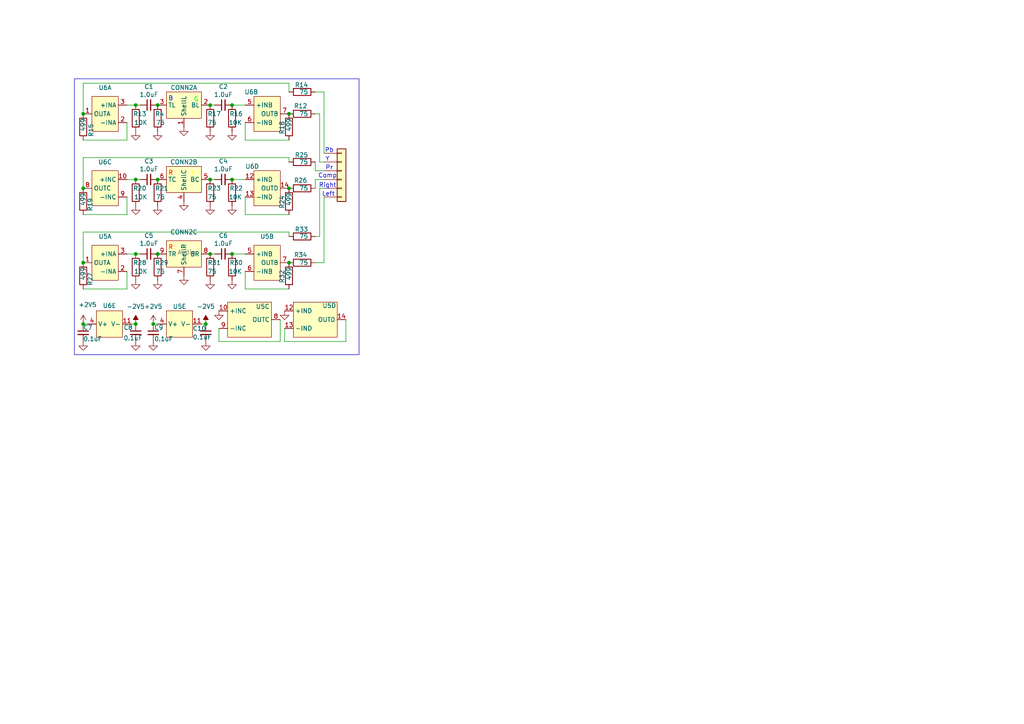
<source format=kicad_sch>
(kicad_sch (version 20250114) (generator "eeschema") (generator_version "9.0")
  (paper "A4")
  (lib_symbols
    (symbol "Connector_Generic:Conn_01x06" (pin_numbers (hide yes)) (pin_names (offset 1.016) (hide yes))
      (property "Reference" "J" (at 0 7.62 0))
      (property "Value" "Conn_01x06" (at 0 -10.16 0))
      (symbol "Conn_01x06_1_1"
        (rectangle (start -1.27 6.35) (end 1.27 -8.89) (stroke (width 0.254)) (fill (type background)))
        (rectangle (start -1.27 5.207) (end 0 4.953) (stroke (width 0.1524)))
        (rectangle (start -1.27 2.667) (end 0 2.413) (stroke (width 0.1524)))
        (rectangle (start -1.27 0.127) (end 0 -0.127) (stroke (width 0.1524)))
        (rectangle (start -1.27 -2.413) (end 0 -2.667) (stroke (width 0.1524)))
        (rectangle (start -1.27 -4.953) (end 0 -5.207) (stroke (width 0.1524)))
        (rectangle (start -1.27 -7.493) (end 0 -7.747) (stroke (width 0.1524)))
        (pin passive line (at -5.08 5.08 0) (length 3.81) (name "Pin_1") (number "1"))
        (pin passive line (at -5.08 2.54 0) (length 3.81) (name "Pin_2") (number "2"))
        (pin passive line (at -5.08 0 0) (length 3.81) (name "Pin_3") (number "3"))
        (pin passive line (at -5.08 -2.54 0) (length 3.81) (name "Pin_4") (number "4"))
        (pin passive line (at -5.08 -5.08 0) (length 3.81) (name "Pin_5") (number "5"))
        (pin passive line (at -5.08 -7.62 0) (length 3.81) (name "Pin_6") (number "6"))
      )
    )
    (symbol "Device:C_Small" (pin_numbers (hide yes)) (pin_names (offset 0.254) (hide yes))
      (property "Reference" "C" (at 0.254 1.778 0))
      (property "Value" "C_Small" (at 0.254 -2.032 0))
      (symbol "C_Small_0_1"
        (polyline (pts (xy -1.524 0.508) (xy 1.524 0.508)) (stroke (width 0.3048)))
        (polyline (pts (xy -1.524 -0.508) (xy 1.524 -0.508)) (stroke (width 0.3302)))
      )
      (symbol "C_Small_1_1"
        (pin passive line (at 0 2.54 270) (length 2.032) (name "~") (number "1"))
        (pin passive line (at 0 -2.54 90) (length 2.032) (name "~") (number "2"))
      )
    )
    (symbol "Device:R" (pin_numbers (hide yes)) (pin_names (offset 0))
      (property "Reference" "R" (at 2.032 0 90))
      (property "Value" "R" (at 0 0 90))
      (symbol "R_0_1"
        (rectangle (start -1.016 -2.54) (end 1.016 2.54) (stroke (width 0.254)))
      )
      (symbol "R_1_1"
        (pin passive line (at 0 3.81 270) (length 1.27) (name "~") (number "1"))
        (pin passive line (at 0 -3.81 90) (length 1.27) (name "~") (number "2"))
      )
    )
    (symbol "RS8754_1"
      (property "Reference" "U" (at -3.556 18.796 0))
      (symbol "RS8754_1_1_0"
        (pin input line (at -6.35 15.24 0) (length 2.54) (name "+INA") (number "3"))
        (pin input line (at -6.35 10.16 0) (length 2.54) (name "-INA") (number "2"))
        (pin output line (at 6.35 12.7 180) (length 2.54) (name "OUTA") (number "1"))
      )
      (symbol "RS8754_1_1_1"
        (rectangle (start -3.81 17.78) (end 3.81 7.62) (fill (type background)))
      )
      (symbol "RS8754_1_2_0"
        (pin input line (at -6.35 15.24 0) (length 2.54) (name "+INB") (number "5"))
        (pin input line (at -6.35 10.16 0) (length 2.54) (name "-INB") (number "6"))
        (pin output line (at 6.35 12.7 180) (length 2.54) (name "OUTB") (number "7"))
      )
      (symbol "RS8754_1_2_1"
        (rectangle (start -3.81 17.78) (end 3.81 7.62) (fill (type background)))
      )
      (symbol "RS8754_1_3_0"
        (pin input line (at -6.35 15.24 0) (length 2.54) (name "+INC") (number "10"))
        (pin input line (at -6.35 10.16 0) (length 2.54) (name "-INC") (number "9"))
        (pin output line (at 6.35 12.7 180) (length 2.54) (name "OUTC") (number "8"))
      )
      (symbol "RS8754_1_3_1"
        (rectangle (start -3.81 17.78) (end 3.81 7.62) (fill (type background)))
      )
      (symbol "RS8754_1_4_0"
        (pin input line (at -6.35 15.24 0) (length 2.54) (name "+IND") (number "12"))
        (pin input line (at -6.35 10.16 0) (length 2.54) (name "-IND") (number "13"))
        (pin output line (at 6.35 12.7 180) (length 2.54) (name "OUTD") (number "14"))
      )
      (symbol "RS8754_1_4_1"
        (rectangle (start -3.81 17.78) (end 3.81 7.62) (fill (type background)))
      )
      (symbol "RS8754_1_5_0"
        (pin power_in line (at -6.35 13.97 0) (length 2.54) (name "V+") (number "4"))
        (pin power_in line (at 6.35 13.97 180) (length 2.54) (name "V-") (number "11"))
      )
      (symbol "RS8754_1_5_1"
        (rectangle (start -3.81 17.78) (end 3.81 10.16) (fill (type background)))
      )
    )
    (symbol "RS8754_2"
      (property "Reference" "U" (at -3.556 18.796 0))
      (symbol "RS8754_2_1_0"
        (pin input line (at -6.35 15.24 0) (length 2.54) (name "+INA") (number "3"))
        (pin input line (at -6.35 10.16 0) (length 2.54) (name "-INA") (number "2"))
        (pin output line (at 6.35 12.7 180) (length 2.54) (name "OUTA") (number "1"))
      )
      (symbol "RS8754_2_1_1"
        (rectangle (start -3.81 17.78) (end 3.81 7.62) (fill (type background)))
      )
      (symbol "RS8754_2_2_0"
        (pin input line (at -6.35 15.24 0) (length 2.54) (name "+INB") (number "5"))
        (pin input line (at -6.35 10.16 0) (length 2.54) (name "-INB") (number "6"))
        (pin output line (at 6.35 12.7 180) (length 2.54) (name "OUTB") (number "7"))
      )
      (symbol "RS8754_2_2_1"
        (rectangle (start -3.81 17.78) (end 3.81 7.62) (fill (type background)))
      )
      (symbol "RS8754_2_3_0"
        (pin input line (at -6.35 15.24 0) (length 2.54) (name "+INC") (number "10"))
        (pin input line (at -6.35 10.16 0) (length 2.54) (name "-INC") (number "9"))
        (pin output line (at 6.35 12.7 180) (length 2.54) (name "OUTC") (number "8"))
      )
      (symbol "RS8754_2_3_1"
        (rectangle (start -3.81 17.78) (end 3.81 7.62) (fill (type background)))
      )
      (symbol "RS8754_2_4_0"
        (pin input line (at -6.35 15.24 0) (length 2.54) (name "+IND") (number "12"))
        (pin input line (at -6.35 10.16 0) (length 2.54) (name "-IND") (number "13"))
        (pin output line (at 6.35 12.7 180) (length 2.54) (name "OUTD") (number "14"))
      )
      (symbol "RS8754_2_4_1"
        (rectangle (start -3.81 17.78) (end 3.81 7.62) (fill (type background)))
      )
      (symbol "RS8754_2_5_0"
        (pin power_in line (at -6.35 13.97 0) (length 2.54) (name "V+") (number "4"))
        (pin power_in line (at 6.35 13.97 180) (length 2.54) (name "V-") (number "11"))
      )
      (symbol "RS8754_2_5_1"
        (rectangle (start -3.81 17.78) (end 3.81 10.16) (fill (type background)))
      )
    )
    (symbol "RS8754_3"
      (property "Reference" "U" (at -3.556 18.796 0))
      (symbol "RS8754_3_1_0"
        (pin input line (at -6.35 15.24 0) (length 2.54) (name "+INA") (number "3"))
        (pin input line (at -6.35 10.16 0) (length 2.54) (name "-INA") (number "2"))
        (pin output line (at 6.35 12.7 180) (length 2.54) (name "OUTA") (number "1"))
      )
      (symbol "RS8754_3_1_1"
        (rectangle (start -3.81 17.78) (end 3.81 7.62) (fill (type background)))
      )
      (symbol "RS8754_3_2_0"
        (pin input line (at -6.35 15.24 0) (length 2.54) (name "+INB") (number "5"))
        (pin input line (at -6.35 10.16 0) (length 2.54) (name "-INB") (number "6"))
        (pin output line (at 6.35 12.7 180) (length 2.54) (name "OUTB") (number "7"))
      )
      (symbol "RS8754_3_2_1"
        (rectangle (start -3.81 17.78) (end 3.81 7.62) (fill (type background)))
      )
      (symbol "RS8754_3_3_0"
        (pin input line (at -6.35 15.24 0) (length 2.54) (name "+INC") (number "10"))
        (pin input line (at -6.35 10.16 0) (length 2.54) (name "-INC") (number "9"))
        (pin output line (at 6.35 12.7 180) (length 2.54) (name "OUTC") (number "8"))
      )
      (symbol "RS8754_3_3_1"
        (rectangle (start -3.81 17.78) (end 3.81 7.62) (fill (type background)))
      )
      (symbol "RS8754_3_4_0"
        (pin input line (at -6.35 15.24 0) (length 2.54) (name "+IND") (number "12"))
        (pin input line (at -6.35 10.16 0) (length 2.54) (name "-IND") (number "13"))
        (pin output line (at 6.35 12.7 180) (length 2.54) (name "OUTD") (number "14"))
      )
      (symbol "RS8754_3_4_1"
        (rectangle (start -3.81 17.78) (end 3.81 7.62) (fill (type background)))
      )
      (symbol "RS8754_3_5_0"
        (pin power_in line (at -6.35 13.97 0) (length 2.54) (name "V+") (number "4"))
        (pin power_in line (at 6.35 13.97 180) (length 2.54) (name "V-") (number "11"))
      )
      (symbol "RS8754_3_5_1"
        (rectangle (start -3.81 17.78) (end 3.81 10.16) (fill (type background)))
      )
    )
    (symbol "RS8754_4"
      (property "Reference" "U" (at -3.556 18.796 0))
      (symbol "RS8754_4_1_0"
        (pin input line (at -6.35 15.24 0) (length 2.54) (name "+INA") (number "3"))
        (pin input line (at -6.35 10.16 0) (length 2.54) (name "-INA") (number "2"))
        (pin output line (at 6.35 12.7 180) (length 2.54) (name "OUTA") (number "1"))
      )
      (symbol "RS8754_4_1_1"
        (rectangle (start -3.81 17.78) (end 3.81 7.62) (fill (type background)))
      )
      (symbol "RS8754_4_2_0"
        (pin input line (at -6.35 15.24 0) (length 2.54) (name "+INB") (number "5"))
        (pin input line (at -6.35 10.16 0) (length 2.54) (name "-INB") (number "6"))
        (pin output line (at 6.35 12.7 180) (length 2.54) (name "OUTB") (number "7"))
      )
      (symbol "RS8754_4_2_1"
        (rectangle (start -3.81 17.78) (end 3.81 7.62) (fill (type background)))
      )
      (symbol "RS8754_4_3_0"
        (pin input line (at -6.35 15.24 0) (length 2.54) (name "+INC") (number "10"))
        (pin input line (at -6.35 10.16 0) (length 2.54) (name "-INC") (number "9"))
        (pin output line (at 6.35 12.7 180) (length 2.54) (name "OUTC") (number "8"))
      )
      (symbol "RS8754_4_3_1"
        (rectangle (start -3.81 17.78) (end 3.81 7.62) (fill (type background)))
      )
      (symbol "RS8754_4_4_0"
        (pin input line (at -6.35 15.24 0) (length 2.54) (name "+IND") (number "12"))
        (pin input line (at -6.35 10.16 0) (length 2.54) (name "-IND") (number "13"))
        (pin output line (at 6.35 12.7 180) (length 2.54) (name "OUTD") (number "14"))
      )
      (symbol "RS8754_4_4_1"
        (rectangle (start -3.81 17.78) (end 3.81 7.62) (fill (type background)))
      )
      (symbol "RS8754_4_5_0"
        (pin power_in line (at -6.35 13.97 0) (length 2.54) (name "V+") (number "4"))
        (pin power_in line (at 6.35 13.97 180) (length 2.54) (name "V-") (number "11"))
      )
      (symbol "RS8754_4_5_1"
        (rectangle (start -3.81 17.78) (end 3.81 10.16) (fill (type background)))
      )
    )
    (symbol "RS8754_5"
      (property "Reference" "U" (at -3.556 18.796 0))
      (symbol "RS8754_5_1_0"
        (pin input line (at -6.35 15.24 0) (length 2.54) (name "+INA") (number "3"))
        (pin input line (at -6.35 10.16 0) (length 2.54) (name "-INA") (number "2"))
        (pin output line (at 6.35 12.7 180) (length 2.54) (name "OUTA") (number "1"))
      )
      (symbol "RS8754_5_1_1"
        (rectangle (start -3.81 17.78) (end 3.81 7.62) (fill (type background)))
      )
      (symbol "RS8754_5_2_0"
        (pin input line (at -6.35 15.24 0) (length 2.54) (name "+INB") (number "5"))
        (pin input line (at -6.35 10.16 0) (length 2.54) (name "-INB") (number "6"))
        (pin output line (at 6.35 12.7 180) (length 2.54) (name "OUTB") (number "7"))
      )
      (symbol "RS8754_5_2_1"
        (rectangle (start -3.81 17.78) (end 3.81 7.62) (fill (type background)))
      )
      (symbol "RS8754_5_3_0"
        (pin input line (at -6.35 15.24 0) (length 2.54) (name "+INC") (number "10"))
        (pin input line (at -6.35 10.16 0) (length 2.54) (name "-INC") (number "9"))
        (pin output line (at 6.35 12.7 180) (length 2.54) (name "OUTC") (number "8"))
      )
      (symbol "RS8754_5_3_1"
        (rectangle (start -3.81 17.78) (end 3.81 7.62) (fill (type background)))
      )
      (symbol "RS8754_5_4_0"
        (pin input line (at -6.35 15.24 0) (length 2.54) (name "+IND") (number "12"))
        (pin input line (at -6.35 10.16 0) (length 2.54) (name "-IND") (number "13"))
        (pin output line (at 6.35 12.7 180) (length 2.54) (name "OUTD") (number "14"))
      )
      (symbol "RS8754_5_4_1"
        (rectangle (start -3.81 17.78) (end 3.81 7.62) (fill (type background)))
      )
      (symbol "RS8754_5_5_0"
        (pin power_in line (at -6.35 13.97 0) (length 2.54) (name "V+") (number "4"))
        (pin power_in line (at 6.35 13.97 180) (length 2.54) (name "V-") (number "11"))
      )
      (symbol "RS8754_5_5_1"
        (rectangle (start -3.81 17.78) (end 3.81 10.16) (fill (type background)))
      )
    )
    (symbol "RS8754_6"
      (property "Reference" "U" (at -3.556 18.796 0))
      (symbol "RS8754_6_1_0"
        (pin input line (at -6.35 15.24 0) (length 2.54) (name "+INA") (number "3"))
        (pin input line (at -6.35 10.16 0) (length 2.54) (name "-INA") (number "2"))
        (pin output line (at 6.35 12.7 180) (length 2.54) (name "OUTA") (number "1"))
      )
      (symbol "RS8754_6_1_1"
        (rectangle (start -3.81 17.78) (end 3.81 7.62) (fill (type background)))
      )
      (symbol "RS8754_6_2_0"
        (pin input line (at -6.35 15.24 0) (length 2.54) (name "+INB") (number "5"))
        (pin input line (at -6.35 10.16 0) (length 2.54) (name "-INB") (number "6"))
        (pin output line (at 6.35 12.7 180) (length 2.54) (name "OUTB") (number "7"))
      )
      (symbol "RS8754_6_2_1"
        (rectangle (start -3.81 17.78) (end 3.81 7.62) (fill (type background)))
      )
      (symbol "RS8754_6_3_0"
        (pin input line (at -6.35 15.24 0) (length 2.54) (name "+INC") (number "10"))
        (pin input line (at -6.35 10.16 0) (length 2.54) (name "-INC") (number "9"))
        (pin output line (at 6.35 12.7 180) (length 2.54) (name "OUTC") (number "8"))
      )
      (symbol "RS8754_6_3_1"
        (rectangle (start -3.81 17.78) (end 3.81 7.62) (fill (type background)))
      )
      (symbol "RS8754_6_4_0"
        (pin input line (at -6.35 15.24 0) (length 2.54) (name "+IND") (number "12"))
        (pin input line (at -6.35 10.16 0) (length 2.54) (name "-IND") (number "13"))
        (pin output line (at 6.35 12.7 180) (length 2.54) (name "OUTD") (number "14"))
      )
      (symbol "RS8754_6_4_1"
        (rectangle (start -3.81 17.78) (end 3.81 7.62) (fill (type background)))
      )
      (symbol "RS8754_6_5_0"
        (pin power_in line (at -6.35 13.97 0) (length 2.54) (name "V+") (number "4"))
        (pin power_in line (at 6.35 13.97 180) (length 2.54) (name "V-") (number "11"))
      )
      (symbol "RS8754_6_5_1"
        (rectangle (start -3.81 17.78) (end 3.81 10.16) (fill (type background)))
      )
    )
    (symbol "RS8754_7"
      (property "Reference" "U" (at -3.556 18.796 0))
      (symbol "RS8754_7_1_0"
        (pin input line (at -6.35 15.24 0) (length 2.54) (name "+INA") (number "3"))
        (pin input line (at -6.35 10.16 0) (length 2.54) (name "-INA") (number "2"))
        (pin output line (at 6.35 12.7 180) (length 2.54) (name "OUTA") (number "1"))
      )
      (symbol "RS8754_7_1_1"
        (rectangle (start -3.81 17.78) (end 3.81 7.62) (fill (type background)))
      )
      (symbol "RS8754_7_2_0"
        (pin input line (at -6.35 15.24 0) (length 2.54) (name "+INB") (number "5"))
        (pin input line (at -6.35 10.16 0) (length 2.54) (name "-INB") (number "6"))
        (pin output line (at 6.35 12.7 180) (length 2.54) (name "OUTB") (number "7"))
      )
      (symbol "RS8754_7_2_1"
        (rectangle (start -3.81 17.78) (end 3.81 7.62) (fill (type background)))
      )
      (symbol "RS8754_7_3_0"
        (pin input line (at -6.35 15.24 0) (length 2.54) (name "+INC") (number "10"))
        (pin input line (at -6.35 10.16 0) (length 2.54) (name "-INC") (number "9"))
        (pin output line (at 6.35 12.7 180) (length 2.54) (name "OUTC") (number "8"))
      )
      (symbol "RS8754_7_3_1"
        (rectangle (start -3.81 17.78) (end 3.81 7.62) (fill (type background)))
      )
      (symbol "RS8754_7_4_0"
        (pin input line (at -6.35 15.24 0) (length 2.54) (name "+IND") (number "12"))
        (pin input line (at -6.35 10.16 0) (length 2.54) (name "-IND") (number "13"))
        (pin output line (at 6.35 12.7 180) (length 2.54) (name "OUTD") (number "14"))
      )
      (symbol "RS8754_7_4_1"
        (rectangle (start -3.81 17.78) (end 3.81 7.62) (fill (type background)))
      )
      (symbol "RS8754_7_5_0"
        (pin power_in line (at -6.35 13.97 0) (length 2.54) (name "V+") (number "4"))
        (pin power_in line (at 6.35 13.97 180) (length 2.54) (name "V-") (number "11"))
      )
      (symbol "RS8754_7_5_1"
        (rectangle (start -3.81 17.78) (end 3.81 10.16) (fill (type background)))
      )
    )
    (symbol "RS8754_8"
      (property "Reference" "U" (at -3.556 18.796 0))
      (symbol "RS8754_8_1_0"
        (pin input line (at -6.35 15.24 0) (length 2.54) (name "+INA") (number "3"))
        (pin input line (at -6.35 10.16 0) (length 2.54) (name "-INA") (number "2"))
        (pin output line (at 6.35 12.7 180) (length 2.54) (name "OUTA") (number "1"))
      )
      (symbol "RS8754_8_1_1"
        (rectangle (start -3.81 17.78) (end 3.81 7.62) (fill (type background)))
      )
      (symbol "RS8754_8_2_0"
        (pin input line (at -6.35 15.24 0) (length 2.54) (name "+INB") (number "5"))
        (pin input line (at -6.35 10.16 0) (length 2.54) (name "-INB") (number "6"))
        (pin output line (at 6.35 12.7 180) (length 2.54) (name "OUTB") (number "7"))
      )
      (symbol "RS8754_8_2_1"
        (rectangle (start -3.81 17.78) (end 3.81 7.62) (fill (type background)))
      )
      (symbol "RS8754_8_3_0"
        (pin input line (at -6.35 15.24 0) (length 2.54) (name "+INC") (number "10"))
        (pin input line (at -6.35 10.16 0) (length 2.54) (name "-INC") (number "9"))
        (pin output line (at 6.35 12.7 180) (length 2.54) (name "OUTC") (number "8"))
      )
      (symbol "RS8754_8_3_1"
        (rectangle (start -3.81 17.78) (end 3.81 7.62) (fill (type background)))
      )
      (symbol "RS8754_8_4_0"
        (pin input line (at -6.35 15.24 0) (length 2.54) (name "+IND") (number "12"))
        (pin input line (at -6.35 10.16 0) (length 2.54) (name "-IND") (number "13"))
        (pin output line (at 6.35 12.7 180) (length 2.54) (name "OUTD") (number "14"))
      )
      (symbol "RS8754_8_4_1"
        (rectangle (start -3.81 17.78) (end 3.81 7.62) (fill (type background)))
      )
      (symbol "RS8754_8_5_0"
        (pin power_in line (at -6.35 13.97 0) (length 2.54) (name "V+") (number "4"))
        (pin power_in line (at 6.35 13.97 180) (length 2.54) (name "V-") (number "11"))
      )
      (symbol "RS8754_8_5_1"
        (rectangle (start -3.81 17.78) (end 3.81 10.16) (fill (type background)))
      )
    )
    (symbol "avswitch:RCJ-61"
      (property "Reference" "CONN" (at -3.048 7.62 0))
      (symbol "RCJ-61_1_0"
        (pin bidirectional line (at -7.62 2.54 0) (length 2.54) (name "TL") (number "3"))
        (pin power_in line (at 0 -3.81 90) (length 2.54) (name "ShellL") (number "1"))
        (pin bidirectional line (at 7.62 2.54 180) (length 2.54) (name "BL") (number "2"))
      )
      (symbol "RCJ-61_1_1"
        (rectangle (start -5.08 6.35) (end 5.08 -1.27) (fill (type background)))
        (text "B" (at -3.81 4.572 0) (effects (font (size 1.27 1.27))))
        (text "G" (at 3.556 4.318 0) (effects (font (size 1.27 1.27))))
      )
      (symbol "RCJ-61_2_0"
        (pin bidirectional line (at -7.62 2.54 0) (length 2.54) (name "TC") (number "6"))
        (pin power_in line (at 0 -3.81 90) (length 2.54) (name "ShellC") (number "4"))
        (pin bidirectional line (at 7.62 2.54 180) (length 2.54) (name "BC") (number "5"))
      )
      (symbol "RCJ-61_2_1"
        (rectangle (start -5.08 6.35) (end 5.08 -1.27) (fill (type background)))
        (text "R" (at -3.81 4.572 0) (effects (font (size 1.27 1.27))))
        (text "Y" (at 2.54 4.572 0) (effects (font (size 1.27 1.27))))
      )
      (symbol "RCJ-61_3_0"
        (pin bidirectional line (at -7.62 2.54 0) (length 2.54) (name "TR") (number "9"))
        (pin power_in line (at 0 -3.81 90) (length 2.54) (name "ShellR") (number "7"))
        (pin bidirectional line (at 7.62 2.54 180) (length 2.54) (name "BR") (number "8"))
      )
      (symbol "RCJ-61_3_1"
        (rectangle (start -5.08 6.35) (end 5.08 -1.27) (fill (type background)))
        (text "R" (at -3.81 4.572 0) (effects (font (size 1.27 1.27))))
        (text "Audio" (at 0.762 3.048 0) (effects (font (size 1.27 1.27))))
        (text "W" (at 2.54 4.572 0) (effects (font (size 1.27 1.27))))
      )
    )
    (symbol "avswitch:RS8754"
      (property "Reference" "U" (at -5.588 18.796 0))
      (symbol "RS8754_1_0"
        (pin input line (at -8.89 15.24 0) (length 2.54) (name "+INA") (number "3"))
        (pin input line (at -8.89 10.16 0) (length 2.54) (name "-INA") (number "2"))
        (pin output line (at 8.89 12.7 180) (length 2.54) (name "OUTA") (number "1"))
      )
      (symbol "RS8754_1_1"
        (rectangle (start -6.35 17.78) (end 6.35 7.62) (fill (type background)))
      )
      (symbol "RS8754_2_0"
        (pin input line (at -8.89 15.24 0) (length 2.54) (name "+INB") (number "5"))
        (pin input line (at -8.89 10.16 0) (length 2.54) (name "-INB") (number "6"))
        (pin output line (at 8.89 12.7 180) (length 2.54) (name "OUTB") (number "7"))
      )
      (symbol "RS8754_2_1"
        (rectangle (start -6.35 17.78) (end 6.35 7.62) (fill (type background)))
      )
      (symbol "RS8754_3_0"
        (pin input line (at -8.89 15.24 0) (length 2.54) (name "+INC") (number "10"))
        (pin input line (at -8.89 10.16 0) (length 2.54) (name "-INC") (number "9"))
        (pin output line (at 8.89 12.7 180) (length 2.54) (name "OUTC") (number "8"))
      )
      (symbol "RS8754_3_1"
        (rectangle (start -6.35 17.78) (end 6.35 7.62) (fill (type background)))
      )
      (symbol "RS8754_4_0"
        (pin input line (at -8.89 15.24 0) (length 2.54) (name "+IND") (number "12"))
        (pin input line (at -8.89 10.16 0) (length 2.54) (name "-IND") (number "13"))
        (pin output line (at 8.89 12.7 180) (length 2.54) (name "OUTD") (number "14"))
      )
      (symbol "RS8754_4_1"
        (rectangle (start -6.35 17.78) (end 6.35 7.62) (fill (type background)))
      )
      (symbol "RS8754_5_0"
        (pin power_in line (at -7.62 13.97 0) (length 2.54) (name "V+") (number "4"))
        (pin power_in line (at 7.62 13.97 180) (length 2.54) (name "V-") (number "11"))
      )
      (symbol "RS8754_5_1"
        (rectangle (start -5.08 17.78) (end 5.08 10.16) (fill (type background)))
      )
    )
    (symbol "power:+2V5" (power) (pin_numbers (hide yes)) (pin_names (offset 0) (hide yes))
      (property "Value" "+2V5" (at 0 3.556 0))
      (symbol "+2V5_0_1"
        (polyline (pts (xy -0.762 1.27) (xy 0 2.54)))
        (polyline (pts (xy 0 2.54) (xy 0.762 1.27)))
        (polyline (pts (xy 0 0) (xy 0 2.54)))
      )
      (symbol "+2V5_1_1"
        (pin power_in line (at 0 0 90) (length 0) (name "~") (number "1"))
      )
    )
    (symbol "power:-2V5" (power) (pin_numbers (hide yes)) (pin_names (offset 0) (hide yes))
      (property "Value" "-2V5" (at 0 3.556 0))
      (symbol "-2V5_0_0"
        (pin power_in line (at 0 0 90) (length 0) (name "~") (number "1"))
      )
      (symbol "-2V5_0_1"
        (polyline (pts (xy 0 0) (xy 0 1.27) (xy 0.762 1.27) (xy 0 2.54) (xy -0.762 1.27) (xy 0 1.27)) (fill (type outline)))
      )
    )
    (symbol "power:GND" (power) (pin_numbers (hide yes)) (pin_names (offset 0) (hide yes))
      (property "Value" "GND" (at 0 -3.81 0))
      (symbol "GND_0_1"
        (polyline (pts (xy 0 0) (xy 0 -1.27) (xy 1.27 -1.27) (xy 0 -2.54) (xy -1.27 -1.27) (xy 0 -1.27)))
      )
      (symbol "GND_1_1"
        (pin power_in line (at 0 0 270) (length 0) (name "~") (number "1"))
      )
    )
  )
  (rectangle (start 21.59 22.86) (end 104.14 102.87))
  (text "Comp" (at 94.996 51.054 0) (effects (font (size 1.27 1.27))))
  (text "Left" (at 95.25 56.388 0) (effects (font (size 1.27 1.27))))
  (text "Y" (at 94.996 46.228 0) (effects (font (size 1.27 1.27))))
  (text "Right" (at 94.996 53.848 0) (effects (font (size 1.27 1.27))))
  (text "Pb" (at 95.504 43.688 0) (effects (font (size 1.27 1.27))))
  (text "Pr" (at 95.504 48.768 0) (effects (font (size 1.27 1.27))))
  (junction (at 60.96 52.07))
  (junction (at 39.37 30.48))
  (junction (at 39.37 93.98))
  (junction (at 67.31 52.07))
  (junction (at 39.37 52.07))
  (junction (at 39.37 73.66))
  (junction (at 24.13 54.61))
  (junction (at 44.45 93.98))
  (junction (at 45.72 73.66))
  (junction (at 60.96 73.66))
  (junction (at 67.31 30.48))
  (junction (at 67.31 73.66))
  (junction (at 24.13 93.98))
  (junction (at 45.72 30.48))
  (junction (at 24.13 33.02))
  (junction (at 59.69 93.98))
  (junction (at 83.82 54.61))
  (junction (at 83.82 33.02))
  (junction (at 45.72 52.07))
  (junction (at 83.82 76.2))
  (junction (at 24.13 76.2))
  (junction (at 60.96 30.48))
  (wire (pts (xy 24.13 45.72) (xy 24.13 54.61)))
  (wire (pts (xy 93.98 76.2) (xy 91.44 76.2)))
  (wire (pts (xy 93.98 57.15) (xy 93.98 76.2)))
  (wire (pts (xy 71.12 35.56) (xy 71.12 40.64)))
  (wire (pts (xy 82.55 95.25) (xy 82.55 99.06)))
  (wire (pts (xy 36.83 30.48) (xy 39.37 30.48)))
  (wire (pts (xy 83.82 67.31) (xy 83.82 68.58)))
  (wire (pts (xy 93.98 49.53) (xy 91.44 49.53)))
  (wire (pts (xy 92.71 46.99) (xy 92.71 33.02)))
  (wire (pts (xy 71.12 83.82) (xy 83.82 83.82)))
  (wire (pts (xy 39.37 52.07) (xy 40.64 52.07)))
  (wire (pts (xy 36.83 52.07) (xy 39.37 52.07)))
  (wire (pts (xy 36.83 35.56) (xy 36.83 40.64)))
  (wire (pts (xy 24.13 67.31) (xy 83.82 67.31)))
  (wire (pts (xy 92.71 33.02) (xy 91.44 33.02)))
  (wire (pts (xy 100.33 99.06) (xy 82.55 99.06)))
  (wire (pts (xy 39.37 73.66) (xy 40.64 73.66)))
  (wire (pts (xy 36.83 78.74) (xy 36.83 83.82)))
  (wire (pts (xy 24.13 40.64) (xy 36.83 40.64)))
  (wire (pts (xy 91.44 49.53) (xy 91.44 46.99)))
  (wire (pts (xy 92.71 68.58) (xy 92.71 54.61)))
  (wire (pts (xy 81.28 92.71) (xy 81.28 99.06)))
  (wire (pts (xy 83.82 45.72) (xy 83.82 46.99)))
  (wire (pts (xy 67.31 73.66) (xy 71.12 73.66)))
  (wire (pts (xy 83.82 24.13) (xy 83.82 26.67)))
  (wire (pts (xy 71.12 57.15) (xy 71.12 62.23)))
  (wire (pts (xy 24.13 45.72) (xy 83.82 45.72)))
  (wire (pts (xy 93.98 46.99) (xy 92.71 46.99)))
  (wire (pts (xy 71.12 40.64) (xy 83.82 40.64)))
  (wire (pts (xy 39.37 30.48) (xy 40.64 30.48)))
  (wire (pts (xy 92.71 54.61) (xy 93.98 54.61)))
  (wire (pts (xy 24.13 83.82) (xy 36.83 83.82)))
  (wire (pts (xy 100.33 92.71) (xy 100.33 99.06)))
  (wire (pts (xy 24.13 24.13) (xy 24.13 33.02)))
  (wire (pts (xy 91.44 52.07) (xy 93.98 52.07)))
  (wire (pts (xy 93.98 44.45) (xy 93.98 26.67)))
  (wire (pts (xy 44.45 93.98) (xy 45.72 93.98)))
  (wire (pts (xy 36.83 73.66) (xy 39.37 73.66)))
  (wire (pts (xy 71.12 62.23) (xy 83.82 62.23)))
  (wire (pts (xy 71.12 78.74) (xy 71.12 83.82)))
  (wire (pts (xy 38.1 93.98) (xy 39.37 93.98)))
  (wire (pts (xy 24.13 67.31) (xy 24.13 76.2)))
  (wire (pts (xy 24.13 62.23) (xy 36.83 62.23)))
  (wire (pts (xy 91.44 54.61) (xy 91.44 52.07)))
  (wire (pts (xy 24.13 24.13) (xy 83.82 24.13)))
  (wire (pts (xy 63.5 99.06) (xy 63.5 95.25)))
  (wire (pts (xy 60.96 73.66) (xy 62.23 73.66)))
  (wire (pts (xy 81.28 99.06) (xy 63.5 99.06)))
  (wire (pts (xy 60.96 52.07) (xy 62.23 52.07)))
  (wire (pts (xy 67.31 52.07) (xy 71.12 52.07)))
  (wire (pts (xy 58.42 93.98) (xy 59.69 93.98)))
  (wire (pts (xy 24.13 93.98) (xy 25.4 93.98)))
  (wire (pts (xy 60.96 30.48) (xy 62.23 30.48)))
  (wire (pts (xy 67.31 30.48) (xy 71.12 30.48)))
  (wire (pts (xy 36.83 57.15) (xy 36.83 62.23)))
  (wire (pts (xy 91.44 68.58) (xy 92.71 68.58)))
  (wire (pts (xy 91.44 26.67) (xy 93.98 26.67)))
  (symbol (lib_id "power:GND") (at 45.72 38.1 0) (unit 1)
    (property "Reference" "#PWR08" (effects (hide yes)))
    (property "Value" "GND" (effects (hide yes)))
    (property "Description" "Power symbol creates a global label with name \"GND\" , ground" (effects (hide yes)))
  )
  (symbol (lib_id "power:GND") (at 60.96 81.28 0) (unit 1)
    (property "Reference" "#PWR021" (effects (hide yes)))
    (property "Value" "GND" (effects (hide yes)))
    (property "Description" "Power symbol creates a global label with name \"GND\" , ground" (effects (hide yes)))
  )
  (symbol (lib_name "RS8754_8") (lib_id "avswitch:RS8754") (at 77.47 45.72 0) (unit 2)
    (property "Reference" "U6" (at 72.898 26.67 0))
    (property "Value" "RS8754" (effects (hide yes)))
    (property "Datasheet" "https://www.lcsc.com/datasheet/lcsc_datasheet_2405271615_Jiangsu-RUNIC-Tech-RS8754XP_C255420.pdf" (effects (hide yes)))
    (property "Description" "250MHz, Rail-to-Rail Output CMOS Operational Amplifier" (effects (hide yes)))
  )
  (symbol (lib_id "power:GND") (at 67.31 38.1 0) (unit 1)
    (property "Reference" "#PWR012" (effects (hide yes)))
    (property "Value" "GND" (effects (hide yes)))
    (property "Description" "Power symbol creates a global label with name \"GND\" , ground" (effects (hide yes)))
  )
  (symbol (lib_id "Device:R") (at 24.13 80.01 180) (unit 1)
    (property "Reference" "R27" (at 26.162 78.994 90) (effects (justify left)))
    (property "Value" "499" (at 24.13 77.47 90) (effects (justify left)))
    (property "Description" "Resistor" (effects (hide yes)))
  )
  (symbol (lib_id "power:GND") (at 67.31 81.28 0) (unit 1)
    (property "Reference" "#PWR022" (effects (hide yes)))
    (property "Value" "GND" (effects (hide yes)))
    (property "Description" "Power symbol creates a global label with name \"GND\" , ground" (effects (hide yes)))
  )
  (symbol (lib_id "power:GND") (at 39.37 99.06 0) (unit 1)
    (property "Reference" "#PWR030" (effects (hide yes)))
    (property "Value" "GND" (effects (hide yes)))
    (property "Description" "Power symbol creates a global label with name \"GND\" , ground" (effects (hide yes)))
  )
  (symbol (lib_id "Device:R") (at 60.96 34.29 0) (unit 1)
    (property "Reference" "R17" (at 60.198 33.02 0) (effects (justify left)))
    (property "Value" "75" (at 60.198 35.56 0) (effects (justify left)))
    (property "Description" "Resistor" (effects (hide yes)))
  )
  (symbol (lib_id "Device:R") (at 87.63 46.99 90) (unit 1)
    (property "Reference" "R25" (at 89.408 44.958 90) (effects (justify left)))
    (property "Value" "75" (at 89.408 46.99 90) (effects (justify left)))
    (property "Description" "Resistor" (effects (hide yes)))
  )
  (symbol (lib_id "Device:R") (at 24.13 58.42 180) (unit 1)
    (property "Reference" "R19" (at 26.162 57.404 90) (effects (justify left)))
    (property "Value" "499" (at 24.13 55.88 90) (effects (justify left)))
    (property "Description" "Resistor" (effects (hide yes)))
  )
  (symbol (lib_name "RS8754_7") (lib_id "avswitch:RS8754") (at 30.48 88.9 0) (mirror y) (unit 1)
    (property "Reference" "U5" (at 30.48 68.58 0))
    (property "Value" "RS8754" (effects (hide yes)))
    (property "Datasheet" "https://www.lcsc.com/datasheet/lcsc_datasheet_2405271615_Jiangsu-RUNIC-Tech-RS8754XP_C255420.pdf" (effects (hide yes)))
    (property "Description" "250MHz, Rail-to-Rail Output CMOS Operational Amplifier" (effects (hide yes)))
  )
  (symbol (lib_id "power:GND") (at 24.13 99.06 0) (unit 1)
    (property "Reference" "#PWR029" (effects (hide yes)))
    (property "Value" "GND" (effects (hide yes)))
    (property "Description" "Power symbol creates a global label with name \"GND\" , ground" (effects (hide yes)))
  )
  (symbol (lib_id "power:-2V5") (at 39.37 93.98 0) (unit 1)
    (property "Reference" "#PWR027" (effects (hide yes)))
    (property "Value" "-2V5" (at 39.37 88.9 0))
    (property "Description" "Power symbol creates a global label with name \"-2V5\"" (effects (hide yes)))
  )
  (symbol (lib_name "RS8754_3") (lib_id "avswitch:RS8754") (at 77.47 88.9 0) (unit 2)
    (property "Reference" "U5" (at 77.47 68.58 0))
    (property "Value" "RS8754" (effects (hide yes)))
    (property "Datasheet" "https://www.lcsc.com/datasheet/lcsc_datasheet_2405271615_Jiangsu-RUNIC-Tech-RS8754XP_C255420.pdf" (effects (hide yes)))
    (property "Description" "250MHz, Rail-to-Rail Output CMOS Operational Amplifier" (effects (hide yes)))
  )
  (symbol (lib_name "RS8754_5") (lib_id "avswitch:RS8754") (at 52.07 107.95 0) (unit 5)
    (property "Reference" "U5" (at 52.07 88.9 0))
    (property "Value" "RS8754" (effects (hide yes)))
    (property "Datasheet" "https://www.lcsc.com/datasheet/lcsc_datasheet_2405271615_Jiangsu-RUNIC-Tech-RS8754XP_C255420.pdf" (effects (hide yes)))
    (property "Description" "250MHz, Rail-to-Rail Output CMOS Operational Amplifier" (effects (hide yes)))
  )
  (symbol (lib_id "power:GND") (at 60.96 38.1 0) (unit 1)
    (property "Reference" "#PWR011" (effects (hide yes)))
    (property "Value" "GND" (effects (hide yes)))
    (property "Description" "Power symbol creates a global label with name \"GND\" , ground" (effects (hide yes)))
  )
  (symbol (lib_id "Device:C_Small") (at 64.77 52.07 90) (unit 1)
    (property "Reference" "C4" (at 64.77 46.736 90))
    (property "Value" "1.0uF" (at 64.77 49.022 90))
    (property "Description" "Unpolarized capacitor, small symbol" (effects (hide yes)))
  )
  (symbol (lib_id "power:GND") (at 53.34 58.42 0) (unit 1)
    (property "Reference" "#PWR015" (effects (hide yes)))
    (property "Value" "GND" (effects (hide yes)))
    (property "Description" "Power symbol creates a global label with name \"GND\" , ground" (effects (hide yes)))
  )
  (symbol (lib_id "Device:R") (at 39.37 34.29 0) (unit 1)
    (property "Reference" "R13" (at 38.608 33.02 0) (effects (justify left)))
    (property "Value" "10K" (at 38.862 35.56 0) (effects (justify left)))
    (property "Description" "Resistor" (effects (hide yes)))
  )
  (symbol (lib_id "Device:R") (at 39.37 55.88 0) (unit 1)
    (property "Reference" "R20" (at 38.608 54.61 0) (effects (justify left)))
    (property "Value" "10K" (at 38.862 57.15 0) (effects (justify left)))
    (property "Description" "Resistor" (effects (hide yes)))
  )
  (symbol (lib_id "power:GND") (at 82.55 90.17 0) (unit 1)
    (property "Reference" "#PWR024" (effects (hide yes)))
    (property "Value" "GND" (effects (hide yes)))
    (property "Description" "Power symbol creates a global label with name \"GND\" , ground" (effects (hide yes)))
  )
  (symbol (lib_id "avswitch:RS8754") (at 72.39 105.41 0) (unit 3)
    (property "Reference" "U5" (at 76.2 88.9 0))
    (property "Value" "RS8754" (effects (hide yes)))
    (property "Datasheet" "https://www.lcsc.com/datasheet/lcsc_datasheet_2405271615_Jiangsu-RUNIC-Tech-RS8754XP_C255420.pdf" (effects (hide yes)))
    (property "Description" "250MHz, Rail-to-Rail Output CMOS Operational Amplifier" (effects (hide yes)))
  )
  (symbol (lib_id "power:GND") (at 67.31 59.69 0) (unit 1)
    (property "Reference" "#PWR017" (effects (hide yes)))
    (property "Value" "GND" (effects (hide yes)))
    (property "Description" "Power symbol creates a global label with name \"GND\" , ground" (effects (hide yes)))
  )
  (symbol (lib_id "Device:C_Small") (at 64.77 30.48 90) (unit 1)
    (property "Reference" "C2" (at 64.77 25.146 90))
    (property "Value" "1.0uF" (at 64.77 27.432 90))
    (property "Description" "Unpolarized capacitor, small symbol" (effects (hide yes)))
  )
  (symbol (lib_id "Device:R") (at 87.63 33.02 90) (unit 1)
    (property "Reference" "R12" (at 89.154 30.734 90) (effects (justify left)))
    (property "Value" "75" (at 89.408 33.02 90) (effects (justify left)))
    (property "Description" "Resistor" (effects (hide yes)))
  )
  (symbol (lib_id "Device:R") (at 83.82 36.83 180) (unit 1)
    (property "Reference" "R18" (at 81.788 35.052 90) (effects (justify left)))
    (property "Value" "499" (at 83.82 34.29 90) (effects (justify left)))
    (property "Description" "Resistor" (effects (hide yes)))
  )
  (symbol (lib_id "Device:C_Small") (at 43.18 52.07 90) (unit 1)
    (property "Reference" "C3" (at 43.18 46.736 90))
    (property "Value" "1.0uF" (at 43.18 49.022 90))
    (property "Description" "Unpolarized capacitor, small symbol" (effects (hide yes)))
  )
  (symbol (lib_id "Device:C_Small") (at 43.18 73.66 90) (unit 1)
    (property "Reference" "C5" (at 43.18 68.326 90))
    (property "Value" "1.0uF" (at 43.18 70.612 90))
    (property "Description" "Unpolarized capacitor, small symbol" (effects (hide yes)))
  )
  (symbol (lib_name "RS8754_6") (lib_id "avswitch:RS8754") (at 77.47 67.31 0) (unit 4)
    (property "Reference" "U6" (at 73.152 48.26 0))
    (property "Value" "RS8754" (effects (hide yes)))
    (property "Datasheet" "https://www.lcsc.com/datasheet/lcsc_datasheet_2405271615_Jiangsu-RUNIC-Tech-RS8754XP_C255420.pdf" (effects (hide yes)))
    (property "Description" "250MHz, Rail-to-Rail Output CMOS Operational Amplifier" (effects (hide yes)))
  )
  (symbol (lib_id "Device:R") (at 67.31 55.88 0) (unit 1)
    (property "Reference" "R22" (at 66.548 54.61 0) (effects (justify left)))
    (property "Value" "10K" (at 66.294 57.15 0) (effects (justify left)))
    (property "Description" "Resistor" (effects (hide yes)))
  )
  (symbol (lib_name "RS8754_2") (lib_id "avswitch:RS8754") (at 30.48 67.31 0) (mirror y) (unit 3)
    (property "Reference" "U6" (at 30.48 46.99 0))
    (property "Value" "RS8754" (effects (hide yes)))
    (property "Datasheet" "https://www.lcsc.com/datasheet/lcsc_datasheet_2405271615_Jiangsu-RUNIC-Tech-RS8754XP_C255420.pdf" (effects (hide yes)))
    (property "Description" "250MHz, Rail-to-Rail Output CMOS Operational Amplifier" (effects (hide yes)))
  )
  (symbol (lib_id "Device:C_Small") (at 59.69 96.52 0) (unit 1)
    (property "Reference" "C10" (at 55.88 95.25 0) (effects (justify left)))
    (property "Value" "0.1uF" (at 55.88 97.79 0) (effects (justify left)))
    (property "Description" "Unpolarized capacitor, small symbol" (effects (hide yes)))
  )
  (symbol (lib_id "Device:R") (at 83.82 80.01 180) (unit 1)
    (property "Reference" "R32" (at 81.788 78.232 90) (effects (justify left)))
    (property "Value" "499" (at 83.82 77.47 90) (effects (justify left)))
    (property "Description" "Resistor" (effects (hide yes)))
  )
  (symbol (lib_id "Device:C_Small") (at 24.13 96.52 0) (unit 1)
    (property "Reference" "C7" (at 24.13 94.996 0) (effects (justify left)))
    (property "Value" "0.1uF" (at 24.13 98.298 0) (effects (justify left)))
    (property "Description" "Unpolarized capacitor, small symbol" (effects (hide yes)))
  )
  (symbol (lib_id "Device:R") (at 87.63 68.58 90) (unit 1)
    (property "Reference" "R33" (at 89.408 66.548 90) (effects (justify left)))
    (property "Value" "75" (at 89.408 68.58 90) (effects (justify left)))
    (property "Description" "Resistor" (effects (hide yes)))
  )
  (symbol (lib_id "Device:R") (at 24.13 36.83 180) (unit 1)
    (property "Reference" "R15" (at 26.416 35.814 90) (effects (justify left)))
    (property "Value" "499" (at 24.13 34.29 90) (effects (justify left)))
    (property "Description" "Resistor" (effects (hide yes)))
  )
  (symbol (lib_id "Device:R") (at 60.96 77.47 0) (unit 1)
    (property "Reference" "R31" (at 60.198 76.2 0) (effects (justify left)))
    (property "Value" "75" (at 60.198 78.74 0) (effects (justify left)))
    (property "Description" "Resistor" (effects (hide yes)))
  )
  (symbol (lib_id "power:GND") (at 44.45 99.06 0) (unit 1)
    (property "Reference" "#PWR031" (effects (hide yes)))
    (property "Value" "GND" (effects (hide yes)))
    (property "Description" "Power symbol creates a global label with name \"GND\" , ground" (effects (hide yes)))
  )
  (symbol (lib_name "RS8754_1") (lib_id "avswitch:RS8754") (at 31.75 107.95 0) (unit 5)
    (property "Reference" "U6" (at 31.75 88.646 0))
    (property "Value" "RS8754" (effects (hide yes)))
    (property "Datasheet" "https://www.lcsc.com/datasheet/lcsc_datasheet_2405271615_Jiangsu-RUNIC-Tech-RS8754XP_C255420.pdf" (effects (hide yes)))
    (property "Description" "250MHz, Rail-to-Rail Output CMOS Operational Amplifier" (effects (hide yes)))
  )
  (symbol (lib_id "Device:R") (at 67.31 34.29 0) (unit 1)
    (property "Reference" "R16" (at 66.548 33.02 0) (effects (justify left)))
    (property "Value" "10K" (at 66.294 35.56 0) (effects (justify left)))
    (property "Description" "Resistor" (effects (hide yes)))
  )
  (symbol (lib_id "Device:R") (at 45.72 77.47 0) (unit 1)
    (property "Reference" "R29" (at 44.958 76.2 0) (effects (justify left)))
    (property "Value" "75" (at 45.212 78.74 0) (effects (justify left)))
    (property "Description" "Resistor" (effects (hide yes)))
  )
  (symbol (lib_id "Device:R") (at 39.37 77.47 0) (unit 1)
    (property "Reference" "R28" (at 38.608 76.2 0) (effects (justify left)))
    (property "Value" "10K" (at 38.862 78.74 0) (effects (justify left)))
    (property "Description" "Resistor" (effects (hide yes)))
  )
  (symbol (lib_id "avswitch:RCJ-61") (at 53.34 33.02 0) (unit 1)
    (property "Reference" "CONN2" (at 53.34 25.4 0))
    (property "Datasheet" "https://www.sameskydevices.com/product/resource/rcj-61.pdf" (effects (hide yes)))
    (property "Description" "Same Sky (formerly CUI) RCJ-61 Series 3x2 RCA block" (effects (hide yes)))
  )
  (symbol (lib_id "power:+2V5") (at 24.13 93.98 0) (unit 1)
    (property "Reference" "#PWR025" (effects (hide yes)))
    (property "Value" "+2V5" (at 25.4 88.392 0))
    (property "Description" "Power symbol creates a global label with name \"+2V5\"" (effects (hide yes)))
  )
  (symbol (lib_id "avswitch:RS8754") (at 91.44 105.41 0) (unit 4)
    (property "Reference" "U5" (at 95.504 88.646 0))
    (property "Value" "RS8754" (effects (hide yes)))
    (property "Datasheet" "https://www.lcsc.com/datasheet/lcsc_datasheet_2405271615_Jiangsu-RUNIC-Tech-RS8754XP_C255420.pdf" (effects (hide yes)))
    (property "Description" "250MHz, Rail-to-Rail Output CMOS Operational Amplifier" (effects (hide yes)))
  )
  (symbol (lib_id "Device:R") (at 60.96 55.88 0) (unit 1)
    (property "Reference" "R23" (at 60.198 54.61 0) (effects (justify left)))
    (property "Value" "75" (at 60.198 57.15 0) (effects (justify left)))
    (property "Description" "Resistor" (effects (hide yes)))
  )
  (symbol (lib_id "avswitch:RCJ-61") (at 53.34 76.2 0) (unit 3)
    (property "Reference" "CONN2" (at 53.34 67.31 0))
    (property "Datasheet" "https://www.sameskydevices.com/product/resource/rcj-61.pdf" (effects (hide yes)))
    (property "Description" "Same Sky (formerly CUI) RCJ-61 Series 3x2 RCA block" (effects (hide yes)))
  )
  (symbol (lib_id "Device:C_Small") (at 43.18 30.48 90) (unit 1)
    (property "Reference" "C1" (at 43.18 25.146 90))
    (property "Value" "1.0uF" (at 43.18 27.432 90))
    (property "Description" "Unpolarized capacitor, small symbol" (effects (hide yes)))
  )
  (symbol (lib_id "power:GND") (at 39.37 59.69 0) (unit 1)
    (property "Reference" "#PWR013" (effects (hide yes)))
    (property "Value" "GND" (effects (hide yes)))
    (property "Description" "Power symbol creates a global label with name \"GND\" , ground" (effects (hide yes)))
  )
  (symbol (lib_id "power:GND") (at 45.72 59.69 0) (unit 1)
    (property "Reference" "#PWR014" (effects (hide yes)))
    (property "Value" "GND" (effects (hide yes)))
    (property "Description" "Power symbol creates a global label with name \"GND\" , ground" (effects (hide yes)))
  )
  (symbol (lib_id "Device:R") (at 87.63 76.2 90) (unit 1)
    (property "Reference" "R34" (at 89.154 73.914 90) (effects (justify left)))
    (property "Value" "75" (at 89.408 76.2 90) (effects (justify left)))
    (property "Description" "Resistor" (effects (hide yes)))
  )
  (symbol (lib_id "power:+2V5") (at 44.45 93.98 0) (unit 1)
    (property "Reference" "#PWR026" (effects (hide yes)))
    (property "Value" "+2V5" (at 44.45 88.9 0))
    (property "Description" "Power symbol creates a global label with name \"+2V5\"" (effects (hide yes)))
  )
  (symbol (lib_id "power:GND") (at 59.69 99.06 0) (unit 1)
    (property "Reference" "#PWR032" (effects (hide yes)))
    (property "Value" "GND" (effects (hide yes)))
    (property "Description" "Power symbol creates a global label with name \"GND\" , ground" (effects (hide yes)))
  )
  (symbol (lib_id "power:GND") (at 39.37 38.1 0) (unit 1)
    (property "Reference" "#PWR06" (effects (hide yes)))
    (property "Value" "GND" (effects (hide yes)))
    (property "Description" "Power symbol creates a global label with name \"GND\" , ground" (effects (hide yes)))
  )
  (symbol (lib_id "power:GND") (at 60.96 59.69 0) (unit 1)
    (property "Reference" "#PWR016" (effects (hide yes)))
    (property "Value" "GND" (effects (hide yes)))
    (property "Description" "Power symbol creates a global label with name \"GND\" , ground" (effects (hide yes)))
  )
  (symbol (lib_id "power:GND") (at 53.34 36.83 0) (unit 1)
    (property "Reference" "#PWR010" (effects (hide yes)))
    (property "Value" "GND" (effects (hide yes)))
    (property "Description" "Power symbol creates a global label with name \"GND\" , ground" (effects (hide yes)))
  )
  (symbol (lib_id "power:GND") (at 63.5 90.17 0) (unit 1)
    (property "Reference" "#PWR023" (effects (hide yes)))
    (property "Value" "GND" (effects (hide yes)))
    (property "Description" "Power symbol creates a global label with name \"GND\" , ground" (effects (hide yes)))
  )
  (symbol (lib_id "Device:C_Small") (at 39.37 96.52 0) (unit 1)
    (property "Reference" "C8" (at 35.814 94.996 0) (effects (justify left)))
    (property "Value" "0.1uF" (at 35.814 98.044 0) (effects (justify left)))
    (property "Description" "Unpolarized capacitor, small symbol" (effects (hide yes)))
  )
  (symbol (lib_id "power:-2V5") (at 59.69 93.98 0) (unit 1)
    (property "Reference" "#PWR028" (effects (hide yes)))
    (property "Value" "-2V5" (at 59.69 88.9 0))
    (property "Description" "Power symbol creates a global label with name \"-2V5\"" (effects (hide yes)))
  )
  (symbol (lib_name "RS8754_4") (lib_id "avswitch:RS8754") (at 30.48 45.72 0) (mirror y) (unit 1)
    (property "Reference" "U6" (at 30.48 25.4 0))
    (property "Value" "RS8754" (effects (hide yes)))
    (property "Datasheet" "https://www.lcsc.com/datasheet/lcsc_datasheet_2405271615_Jiangsu-RUNIC-Tech-RS8754XP_C255420.pdf" (effects (hide yes)))
    (property "Description" "250MHz, Rail-to-Rail Output CMOS Operational Amplifier" (effects (hide yes)))
  )
  (symbol (lib_id "power:GND") (at 39.37 81.28 0) (unit 1)
    (property "Reference" "#PWR018" (effects (hide yes)))
    (property "Value" "GND" (effects (hide yes)))
    (property "Description" "Power symbol creates a global label with name \"GND\" , ground" (effects (hide yes)))
  )
  (symbol (lib_id "Device:R") (at 45.72 34.29 0) (unit 1)
    (property "Reference" "R4" (at 44.958 33.02 0) (effects (justify left)))
    (property "Value" "75" (at 45.212 35.56 0) (effects (justify left)))
    (property "Description" "Resistor" (effects (hide yes)))
  )
  (symbol (lib_id "power:GND") (at 53.34 80.01 0) (unit 1)
    (property "Reference" "#PWR020" (effects (hide yes)))
    (property "Value" "GND" (effects (hide yes)))
    (property "Description" "Power symbol creates a global label with name \"GND\" , ground" (effects (hide yes)))
  )
  (symbol (lib_id "Device:R") (at 45.72 55.88 0) (unit 1)
    (property "Reference" "R21" (at 44.958 54.61 0) (effects (justify left)))
    (property "Value" "75" (at 45.212 57.15 0) (effects (justify left)))
    (property "Description" "Resistor" (effects (hide yes)))
  )
  (symbol (lib_id "Connector_Generic:Conn_01x06") (at 99.06 49.53 0) (unit 1) (exclude_from_sim yes) (in_bom no) (on_board no)
    (property "Reference" "J4" (effects (hide yes)))
    (property "Value" "Conn_01x06" (effects (hide yes)))
    (property "Description" "Generic connector, single row, 01x06, script generated (kicad-library-utils/schlib/autogen/connector/)" (effects (hide yes)))
  )
  (symbol (lib_id "Device:C_Small") (at 64.77 73.66 90) (unit 1)
    (property "Reference" "C6" (at 64.77 68.326 90))
    (property "Value" "1.0uF" (at 64.77 70.612 90))
    (property "Description" "Unpolarized capacitor, small symbol" (effects (hide yes)))
  )
  (symbol (lib_id "Device:R") (at 83.82 58.42 180) (unit 1)
    (property "Reference" "R24" (at 81.788 56.642 90) (effects (justify left)))
    (property "Value" "499" (at 83.82 55.88 90) (effects (justify left)))
    (property "Description" "Resistor" (effects (hide yes)))
  )
  (symbol (lib_id "Device:R") (at 67.31 77.47 0) (unit 1)
    (property "Reference" "R30" (at 66.548 76.2 0) (effects (justify left)))
    (property "Value" "10K" (at 66.294 78.74 0) (effects (justify left)))
    (property "Description" "Resistor" (effects (hide yes)))
  )
  (symbol (lib_id "Device:R") (at 87.63 54.61 90) (unit 1)
    (property "Reference" "R26" (at 89.154 52.324 90) (effects (justify left)))
    (property "Value" "75" (at 89.408 54.61 90) (effects (justify left)))
    (property "Description" "Resistor" (effects (hide yes)))
  )
  (symbol (lib_id "Device:C_Small") (at 44.45 96.52 0) (unit 1)
    (property "Reference" "C9" (at 44.704 94.996 0) (effects (justify left)))
    (property "Value" "0.1uF" (at 44.704 98.298 0) (effects (justify left)))
    (property "Description" "Unpolarized capacitor, small symbol" (effects (hide yes)))
  )
  (symbol (lib_id "power:GND") (at 45.72 81.28 0) (unit 1)
    (property "Reference" "#PWR019" (effects (hide yes)))
    (property "Value" "GND" (effects (hide yes)))
    (property "Description" "Power symbol creates a global label with name \"GND\" , ground" (effects (hide yes)))
  )
  (symbol (lib_id "Device:R") (at 87.63 26.67 90) (unit 1)
    (property "Reference" "R14" (at 89.408 24.638 90) (effects (justify left)))
    (property "Value" "75" (at 89.408 26.67 90) (effects (justify left)))
    (property "Description" "Resistor" (effects (hide yes)))
  )
  (symbol (lib_id "avswitch:RCJ-61") (at 53.34 54.61 0) (unit 2)
    (property "Reference" "CONN2" (at 53.34 46.99 0))
    (property "Datasheet" "https://www.sameskydevices.com/product/resource/rcj-61.pdf" (effects (hide yes)))
    (property "Description" "Same Sky (formerly CUI) RCJ-61 Series 3x2 RCA block" (effects (hide yes)))
  )
)
</source>
